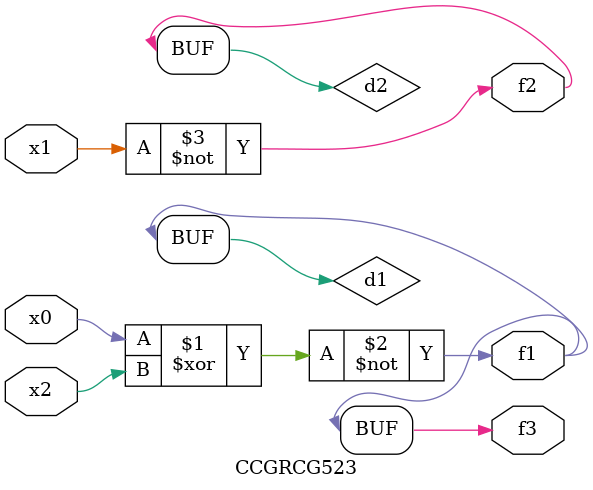
<source format=v>
module CCGRCG523(
	input x0, x1, x2,
	output f1, f2, f3
);

	wire d1, d2, d3;

	xnor (d1, x0, x2);
	nand (d2, x1);
	nor (d3, x1, x2);
	assign f1 = d1;
	assign f2 = d2;
	assign f3 = d1;
endmodule

</source>
